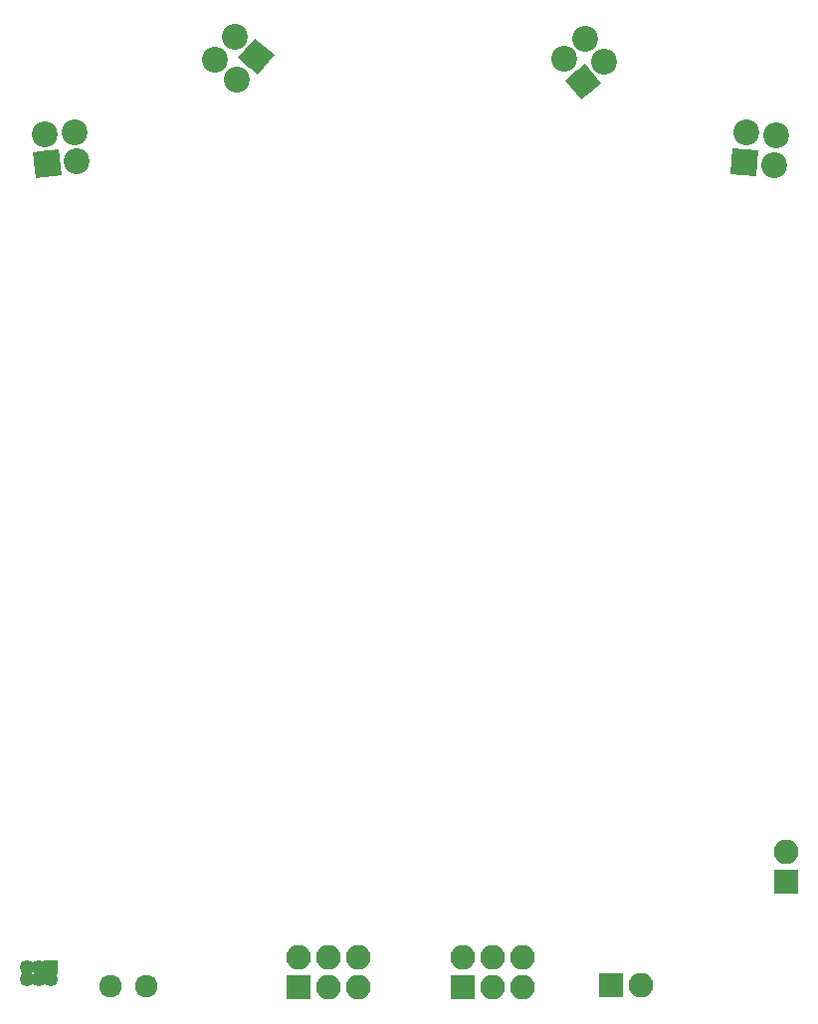
<source format=gbs>
G04 #@! TF.GenerationSoftware,KiCad,Pcbnew,(5.0.0)*
G04 #@! TF.CreationDate,2019-01-08T13:39:35+09:00*
G04 #@! TF.ProjectId,novem,6E6F76656D2E6B696361645F70636200,rev?*
G04 #@! TF.SameCoordinates,PX3473bc0PY17d7840*
G04 #@! TF.FileFunction,Soldermask,Bot*
G04 #@! TF.FilePolarity,Negative*
%FSLAX46Y46*%
G04 Gerber Fmt 4.6, Leading zero omitted, Abs format (unit mm)*
G04 Created by KiCad (PCBNEW (5.0.0)) date 01/08/19 13:39:35*
%MOMM*%
%LPD*%
G01*
G04 APERTURE LIST*
%ADD10O,2.100000X2.100000*%
%ADD11R,2.100000X2.100000*%
%ADD12C,2.200000*%
%ADD13C,0.100000*%
%ADD14C,1.924000*%
%ADD15R,1.250000X1.250000*%
%ADD16O,1.250000X1.250000*%
G04 APERTURE END LIST*
D10*
G04 #@! TO.C,CN1*
X54140000Y-96800000D03*
D11*
X51600000Y-96800000D03*
G04 #@! TD*
D12*
G04 #@! TO.C,D1*
X21401019Y-17814268D03*
D13*
G36*
X21265436Y-16264553D02*
X22950734Y-17678685D01*
X21536602Y-19363983D01*
X19851304Y-17949851D01*
X21265436Y-16264553D01*
X21265436Y-16264553D01*
G37*
D12*
X19768339Y-19760021D03*
G04 #@! TD*
G04 #@! TO.C,D2*
X6166910Y-26709236D03*
X3636576Y-26930612D03*
D13*
G36*
X2636633Y-28122297D02*
X2444891Y-25930669D01*
X4636519Y-25738927D01*
X4828261Y-27930555D01*
X2636633Y-28122297D01*
X2636633Y-28122297D01*
G37*
G04 #@! TD*
D12*
G04 #@! TO.C,D4*
X49231661Y-19960021D03*
D13*
G36*
X50781376Y-20095604D02*
X49096078Y-21509736D01*
X47681946Y-19824438D01*
X49367244Y-18410306D01*
X50781376Y-20095604D01*
X50781376Y-20095604D01*
G37*
D12*
X47598981Y-18014268D03*
G04 #@! TD*
G04 #@! TO.C,D5*
X65463424Y-27030612D03*
X62933090Y-26809236D03*
D13*
G36*
X61741405Y-27809179D02*
X61933147Y-25617551D01*
X64124775Y-25809293D01*
X63933033Y-28000921D01*
X61741405Y-27809179D01*
X61741405Y-27809179D01*
G37*
G04 #@! TD*
D12*
G04 #@! TO.C,Q4*
X63125135Y-24291424D03*
X65655470Y-24512800D03*
G04 #@! TD*
G04 #@! TO.C,Q5*
X19579708Y-16157467D03*
X17947028Y-18103220D03*
G04 #@! TD*
G04 #@! TO.C,Q6*
X51036823Y-18248951D03*
X49404143Y-16303198D03*
G04 #@! TD*
G04 #@! TO.C,Q7*
X3423613Y-24473713D03*
X5953948Y-24252338D03*
G04 #@! TD*
D14*
G04 #@! TO.C,SW1*
X9012000Y-96924000D03*
X12060000Y-96924000D03*
G04 #@! TD*
D10*
G04 #@! TO.C,U1*
X30080000Y-94460000D03*
X30080000Y-97000000D03*
X27540000Y-94460000D03*
X27540000Y-97000000D03*
X25000000Y-94460000D03*
D11*
X25000000Y-97000000D03*
G04 #@! TD*
G04 #@! TO.C,U2*
X39000000Y-97000000D03*
D10*
X39000000Y-94460000D03*
X41540000Y-97000000D03*
X41540000Y-94460000D03*
X44080000Y-97000000D03*
X44080000Y-94460000D03*
G04 #@! TD*
D15*
G04 #@! TO.C,U8*
X3900000Y-95300000D03*
D16*
X3900000Y-96300000D03*
X2900000Y-95300000D03*
X2900000Y-96300000D03*
X1900000Y-95300000D03*
X1900000Y-96300000D03*
G04 #@! TD*
D10*
G04 #@! TO.C,J1*
X66500000Y-85460000D03*
D11*
X66500000Y-88000000D03*
G04 #@! TD*
M02*

</source>
